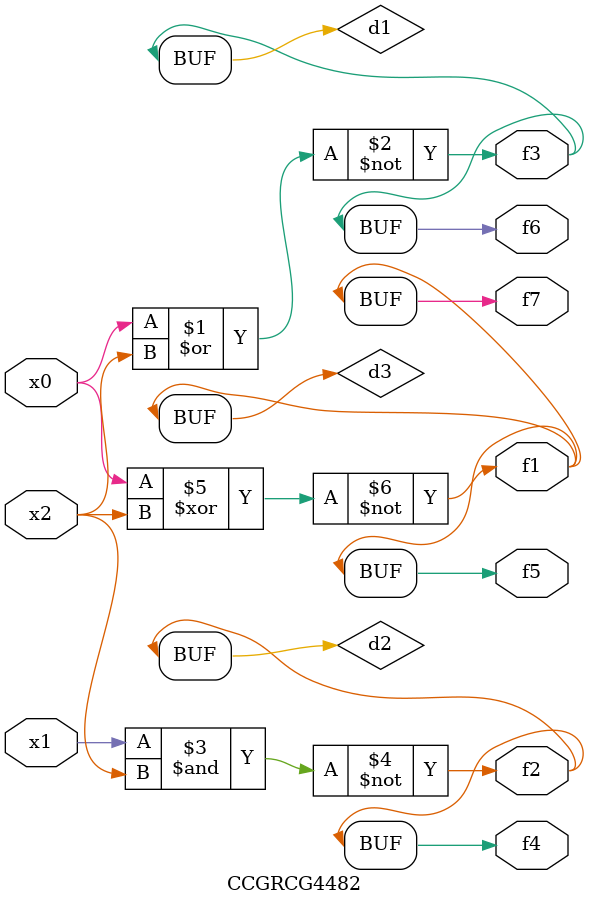
<source format=v>
module CCGRCG4482(
	input x0, x1, x2,
	output f1, f2, f3, f4, f5, f6, f7
);

	wire d1, d2, d3;

	nor (d1, x0, x2);
	nand (d2, x1, x2);
	xnor (d3, x0, x2);
	assign f1 = d3;
	assign f2 = d2;
	assign f3 = d1;
	assign f4 = d2;
	assign f5 = d3;
	assign f6 = d1;
	assign f7 = d3;
endmodule

</source>
